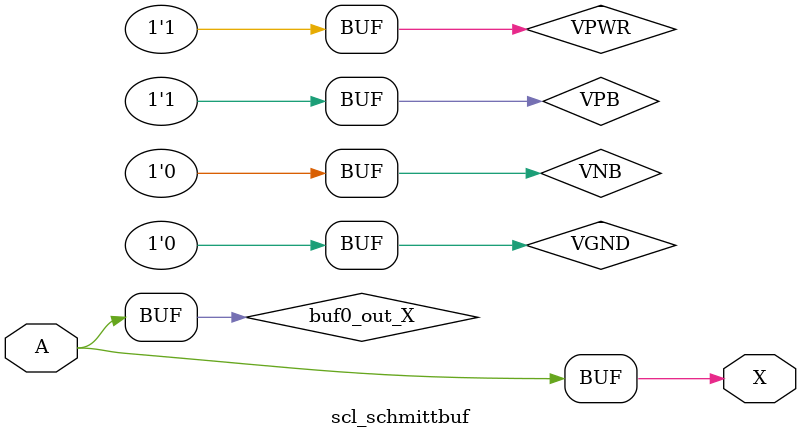
<source format=v>
module scl_schmittbuf_1 (
    X,
    A
);

    output X;
    input  A;

    // Voltage supply signals
    supply1 VPWR;
    supply0 VGND;
    supply1 VPB ;
    supply0 VNB ;

    scl_schmittbuf base (
        .X(X),
        .A(A)
    );

endmodule

module scl_schmittbuf (
    X,
    A
);

    // Module ports
    output X;
    input  A;

    // Module supplies
    supply1 VPWR;
    supply0 VGND;
    supply1 VPB ;
    supply0 VNB ;

    // Local signals
    wire buf0_out_X;

    //  Name  Output      Other arguments
    buf buf0 (buf0_out_X, A              );
    buf buf1 (X         , buf0_out_X     );

endmodule
</source>
